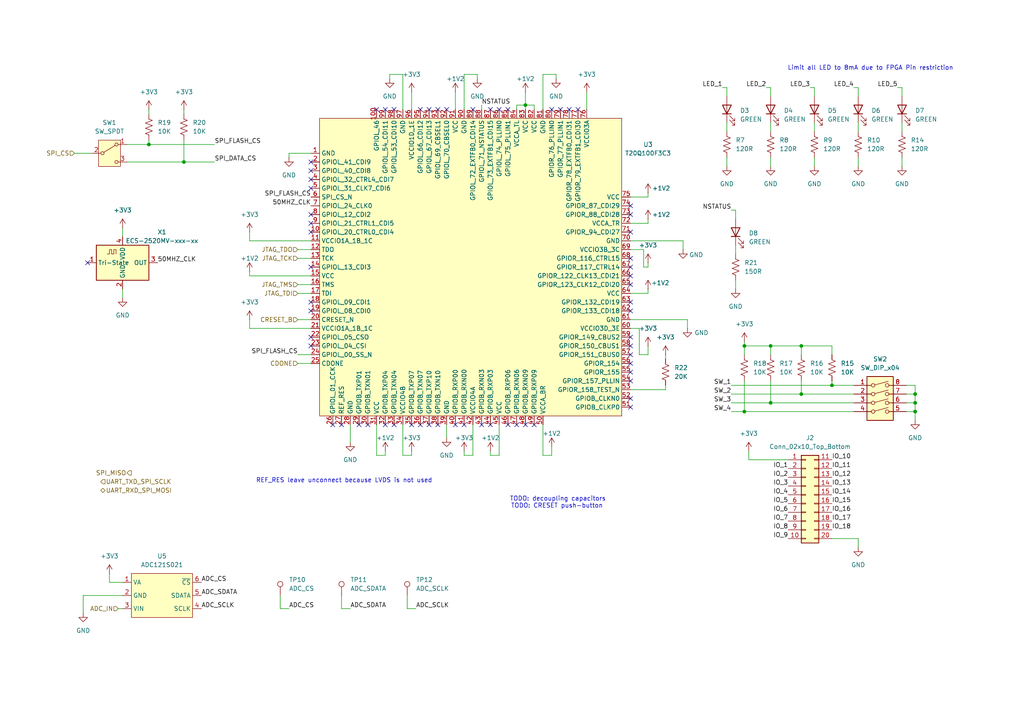
<source format=kicad_sch>
(kicad_sch (version 20231120) (generator "eeschema") (generator_version "8.0")
  (paper "A4")
  (lib_symbols
    (symbol "Connector:TestPoint" (pin_numbers hide) (pin_names (offset 0.762) hide)
      (property "Reference" "TP" (at 0 6.858 0))
      (property "Value" "TestPoint" (at 0 5.08 0))
      (symbol "TestPoint_0_1"
        (circle (center 0 3.302) (radius 0.762))
      )
      (symbol "TestPoint_1_1"
        (pin passive line (at 0 0 90) (length 2.54) (name "1") (number "1"))
      )
    )
    (symbol "Connector_Generic:Conn_02x10_Top_Bottom" (pin_names (offset 1.016) hide)
      (property "Reference" "J" (at 1.27 12.7 0))
      (property "Value" "Conn_02x10_Top_Bottom" (at 1.27 -15.24 0))
      (symbol "Conn_02x10_Top_Bottom_1_1"
        (rectangle (start -1.27 -12.573) (end 0 -12.827) (stroke (width 0.1524)))
        (rectangle (start -1.27 -10.033) (end 0 -10.287) (stroke (width 0.1524)))
        (rectangle (start -1.27 -7.493) (end 0 -7.747) (stroke (width 0.1524)))
        (rectangle (start -1.27 -4.953) (end 0 -5.207) (stroke (width 0.1524)))
        (rectangle (start -1.27 -2.413) (end 0 -2.667) (stroke (width 0.1524)))
        (rectangle (start -1.27 0.127) (end 0 -0.127) (stroke (width 0.1524)))
        (rectangle (start -1.27 2.667) (end 0 2.413) (stroke (width 0.1524)))
        (rectangle (start -1.27 5.207) (end 0 4.953) (stroke (width 0.1524)))
        (rectangle (start -1.27 7.747) (end 0 7.493) (stroke (width 0.1524)))
        (rectangle (start -1.27 10.287) (end 0 10.033) (stroke (width 0.1524)))
        (rectangle (start -1.27 11.43) (end 3.81 -13.97) (stroke (width 0.254)) (fill (type background)))
        (rectangle (start 3.81 -12.573) (end 2.54 -12.827) (stroke (width 0.1524)))
        (rectangle (start 3.81 -10.033) (end 2.54 -10.287) (stroke (width 0.1524)))
        (rectangle (start 3.81 -7.493) (end 2.54 -7.747) (stroke (width 0.1524)))
        (rectangle (start 3.81 -4.953) (end 2.54 -5.207) (stroke (width 0.1524)))
        (rectangle (start 3.81 -2.413) (end 2.54 -2.667) (stroke (width 0.1524)))
        (rectangle (start 3.81 0.127) (end 2.54 -0.127) (stroke (width 0.1524)))
        (rectangle (start 3.81 2.667) (end 2.54 2.413) (stroke (width 0.1524)))
        (rectangle (start 3.81 5.207) (end 2.54 4.953) (stroke (width 0.1524)))
        (rectangle (start 3.81 7.747) (end 2.54 7.493) (stroke (width 0.1524)))
        (rectangle (start 3.81 10.287) (end 2.54 10.033) (stroke (width 0.1524)))
        (pin passive line (at -5.08 10.16 0) (length 3.81) (name "Pin_1") (number "1"))
        (pin passive line (at -5.08 -12.7 0) (length 3.81) (name "Pin_10") (number "10"))
        (pin passive line (at 7.62 10.16 180) (length 3.81) (name "Pin_11") (number "11"))
        (pin passive line (at 7.62 7.62 180) (length 3.81) (name "Pin_12") (number "12"))
        (pin passive line (at 7.62 5.08 180) (length 3.81) (name "Pin_13") (number "13"))
        (pin passive line (at 7.62 2.54 180) (length 3.81) (name "Pin_14") (number "14"))
        (pin passive line (at 7.62 0 180) (length 3.81) (name "Pin_15") (number "15"))
        (pin passive line (at 7.62 -2.54 180) (length 3.81) (name "Pin_16") (number "16"))
        (pin passive line (at 7.62 -5.08 180) (length 3.81) (name "Pin_17") (number "17"))
        (pin passive line (at 7.62 -7.62 180) (length 3.81) (name "Pin_18") (number "18"))
        (pin passive line (at 7.62 -10.16 180) (length 3.81) (name "Pin_19") (number "19"))
        (pin passive line (at -5.08 7.62 0) (length 3.81) (name "Pin_2") (number "2"))
        (pin passive line (at 7.62 -12.7 180) (length 3.81) (name "Pin_20") (number "20"))
        (pin passive line (at -5.08 5.08 0) (length 3.81) (name "Pin_3") (number "3"))
        (pin passive line (at -5.08 2.54 0) (length 3.81) (name "Pin_4") (number "4"))
        (pin passive line (at -5.08 0 0) (length 3.81) (name "Pin_5") (number "5"))
        (pin passive line (at -5.08 -2.54 0) (length 3.81) (name "Pin_6") (number "6"))
        (pin passive line (at -5.08 -5.08 0) (length 3.81) (name "Pin_7") (number "7"))
        (pin passive line (at -5.08 -7.62 0) (length 3.81) (name "Pin_8") (number "8"))
        (pin passive line (at -5.08 -10.16 0) (length 3.81) (name "Pin_9") (number "9"))
      )
    )
    (symbol "Device:LED" (pin_numbers hide) (pin_names (offset 1.016) hide)
      (property "Reference" "D" (at 0 2.54 0))
      (property "Value" "LED" (at 0 -2.54 0))
      (symbol "LED_0_1"
        (polyline (pts (xy -1.27 -1.27) (xy -1.27 1.27)) (stroke (width 0.254)))
        (polyline (pts (xy -1.27 0) (xy 1.27 0)))
        (polyline (pts (xy 1.27 -1.27) (xy 1.27 1.27) (xy -1.27 0) (xy 1.27 -1.27)) (stroke (width 0.254)))
        (polyline (pts (xy -3.048 -0.762) (xy -4.572 -2.286) (xy -3.81 -2.286) (xy -4.572 -2.286) (xy -4.572 -1.524)))
        (polyline (pts (xy -1.778 -0.762) (xy -3.302 -2.286) (xy -2.54 -2.286) (xy -3.302 -2.286) (xy -3.302 -1.524)))
      )
      (symbol "LED_1_1"
        (pin passive line (at -3.81 0 0) (length 2.54) (name "K") (number "1"))
        (pin passive line (at 3.81 0 180) (length 2.54) (name "A") (number "2"))
      )
    )
    (symbol "Device:R_US" (pin_numbers hide) (pin_names (offset 0))
      (property "Reference" "R" (at 2.54 0 90))
      (property "Value" "R_US" (at -2.54 0 90))
      (symbol "R_US_0_1"
        (polyline (pts (xy 0 -2.286) (xy 0 -2.54)))
        (polyline (pts (xy 0 2.286) (xy 0 2.54)))
        (polyline (pts (xy 0 -0.762) (xy 1.016 -1.143) (xy 0 -1.524) (xy -1.016 -1.905) (xy 0 -2.286)))
        (polyline (pts (xy 0 0.762) (xy 1.016 0.381) (xy 0 0) (xy -1.016 -0.381) (xy 0 -0.762)))
        (polyline (pts (xy 0 2.286) (xy 1.016 1.905) (xy 0 1.524) (xy -1.016 1.143) (xy 0 0.762)))
      )
      (symbol "R_US_1_1"
        (pin passive line (at 0 3.81 270) (length 1.27) (name "~") (number "1"))
        (pin passive line (at 0 -3.81 90) (length 1.27) (name "~") (number "2"))
      )
    )
    (symbol "Oscillator:ECS-2520MV-xxx-xx"
      (property "Reference" "X" (at -5.08 6.35 0))
      (property "Value" "ECS-2520MV-xxx-xx" (at 1.27 -6.35 0))
      (symbol "ECS-2520MV-xxx-xx_0_1"
        (rectangle (start -7.62 5.08) (end 7.62 -5.08) (stroke (width 0.254)) (fill (type background)))
        (polyline (pts (xy -4.445 2.54) (xy -3.81 2.54) (xy -3.81 3.81) (xy -3.175 3.81) (xy -3.175 2.54) (xy -2.54 2.54) (xy -2.54 3.81) (xy -1.905 3.81) (xy -1.905 2.54)))
      )
      (symbol "ECS-2520MV-xxx-xx_1_1"
        (pin input line (at -10.16 0 0) (length 2.54) (name "Tri-State") (number "1"))
        (pin power_in line (at 0 -7.62 90) (length 2.54) (name "GND") (number "2"))
        (pin output line (at 10.16 0 180) (length 2.54) (name "OUT") (number "3"))
        (pin power_in line (at 0 7.62 270) (length 2.54) (name "VDD") (number "4"))
      )
    )
    (symbol "SRAD_APRS:ADC121S021"
      (property "Reference" "U" (at 0 0 0))
      (property "Value" "ADC121S021" (at 0 0 0))
      (symbol "ADC121S021_1_1"
        (rectangle (start -8.89 6.35) (end 8.89 -6.35) (fill (type background)))
        (pin power_in line (at -11.43 3.81 0) (length 2.54) (name "VA") (number "1"))
        (pin power_in line (at -11.43 0 0) (length 2.54) (name "GND") (number "2"))
        (pin input line (at -11.43 -3.81 0) (length 2.54) (name "VIN") (number "3"))
        (pin input line (at 11.43 -3.81 180) (length 2.54) (name "SCLK") (number "4"))
        (pin output line (at 11.43 0 180) (length 2.54) (name "SDATA") (number "5"))
        (pin input line (at 11.43 3.81 180) (length 2.54) (name "~{CS}") (number "6"))
      )
    )
    (symbol "SRAD_APRS:T20Q100F3C3"
      (property "Reference" "U" (at -17.78 40.64 0))
      (property "Value" "T20Q100F3C3" (at -17.78 19.05 0))
      (symbol "T20Q100F3C3_1_1"
        (rectangle (start -46.99 33.02) (end 40.64 -53.34) (fill (type background)))
        (pin power_in line (at -49.53 22.86 0) (length 2.54) (name "GND") (number "1"))
        (pin bidirectional line (at -49.53 0 0) (length 2.54) (name "GPIOL_20_CTRL0_CDI4") (number "10"))
        (pin bidirectional line (at -30.48 35.56 270) (length 2.54) (name "GPIOL_46") (number "100"))
        (pin power_in line (at -49.53 -2.54 0) (length 2.54) (name "VCCIO1A_1B_1C") (number "11"))
        (pin output line (at -49.53 -5.08 0) (length 2.54) (name "TDO") (number "12"))
        (pin input line (at -49.53 -7.62 0) (length 2.54) (name "TCK") (number "13"))
        (pin bidirectional line (at -49.53 -10.16 0) (length 2.54) (name "GPIOL_13_CDI3") (number "14"))
        (pin power_in line (at -49.53 -12.7 0) (length 2.54) (name "VCC") (number "15"))
        (pin input line (at -49.53 -15.24 0) (length 2.54) (name "TMS") (number "16"))
        (pin input line (at -49.53 -17.78 0) (length 2.54) (name "TDI") (number "17"))
        (pin bidirectional line (at -49.53 -20.32 0) (length 2.54) (name "GPIOL_09_CDI1") (number "18"))
        (pin bidirectional line (at -49.53 -22.86 0) (length 2.54) (name "GPIOL_08_CDI0") (number "19"))
        (pin bidirectional line (at -49.53 20.32 0) (length 2.54) (name "GPIOL_41_CDI9") (number "2"))
        (pin input line (at -49.53 -25.4 0) (length 2.54) (name "CRESET_N") (number "20"))
        (pin power_in line (at -49.53 -27.94 0) (length 2.54) (name "VCCIO1A_1B_1C") (number "21"))
        (pin bidirectional line (at -49.53 -30.48 0) (length 2.54) (name "GPIOL_05_CSO") (number "22"))
        (pin bidirectional line (at -49.53 -33.02 0) (length 2.54) (name "GPIOL_04_CSI") (number "23"))
        (pin bidirectional line (at -49.53 -35.56 0) (length 2.54) (name "GPIOL_00_SS_N") (number "24"))
        (pin bidirectional line (at -49.53 -38.1 0) (length 2.54) (name "CDONE") (number "25"))
        (pin bidirectional line (at -43.18 -55.88 90) (length 2.54) (name "GPIOL_01_CCK") (number "26"))
        (pin unspecified line (at -40.64 -55.88 90) (length 2.54) (name "REF_RES") (number "27"))
        (pin power_in line (at -38.1 -55.88 90) (length 2.54) (name "GND") (number "28"))
        (pin bidirectional line (at -35.56 -55.88 90) (length 2.54) (name "GPIOB_TXP01") (number "29"))
        (pin bidirectional line (at -49.53 17.78 0) (length 2.54) (name "GPIOL_40_CDI8") (number "3"))
        (pin bidirectional line (at -33.02 -55.88 90) (length 2.54) (name "GPIOB_TXN01") (number "30"))
        (pin power_in line (at -30.48 -55.88 90) (length 2.54) (name "VCC") (number "31"))
        (pin bidirectional line (at -27.94 -55.88 90) (length 2.54) (name "GPIOB_TXP04") (number "32"))
        (pin bidirectional line (at -25.4 -55.88 90) (length 2.54) (name "GPIOB_TXN04") (number "33"))
        (pin power_in line (at -22.86 -55.88 90) (length 2.54) (name "VCCIO4B") (number "34"))
        (pin bidirectional line (at -20.32 -55.88 90) (length 2.54) (name "GPIOB_TXP07") (number "35"))
        (pin bidirectional line (at -17.78 -55.88 90) (length 2.54) (name "GPIOB_TXN07") (number "36"))
        (pin bidirectional line (at -15.24 -55.88 90) (length 2.54) (name "GPIOB_TXP10") (number "37"))
        (pin bidirectional line (at -12.7 -55.88 90) (length 2.54) (name "GPIOB_TXN10") (number "38"))
        (pin power_in line (at -10.16 -55.88 90) (length 2.54) (name "GND") (number "39"))
        (pin bidirectional line (at -49.53 15.24 0) (length 2.54) (name "GPIOL_32_CTRL4_CDI7") (number "4"))
        (pin bidirectional line (at -7.62 -55.88 90) (length 2.54) (name "GPIOB_RXP00") (number "40"))
        (pin bidirectional line (at -5.08 -55.88 90) (length 2.54) (name "GPIOB_RXN00") (number "41"))
        (pin power_in line (at -2.54 -55.88 90) (length 2.54) (name "VCCIO4A") (number "42"))
        (pin bidirectional line (at 0 -55.88 90) (length 2.54) (name "GPIOB_RXN03") (number "43"))
        (pin bidirectional line (at 2.54 -55.88 90) (length 2.54) (name "GPIOB_RXP03") (number "44"))
        (pin power_in line (at 5.08 -55.88 90) (length 2.54) (name "VCC") (number "45"))
        (pin bidirectional line (at 7.62 -55.88 90) (length 2.54) (name "GPIOB_RXP06") (number "46"))
        (pin bidirectional line (at 10.16 -55.88 90) (length 2.54) (name "GPIOB_RXN06") (number "47"))
        (pin bidirectional line (at 12.7 -55.88 90) (length 2.54) (name "GPIOB_RXN09") (number "48"))
        (pin bidirectional line (at 15.24 -55.88 90) (length 2.54) (name "GPIOB_RXP09") (number "49"))
        (pin bidirectional line (at -49.53 12.7 0) (length 2.54) (name "GPIOL_31_CLK7_CDI6") (number "5"))
        (pin power_in line (at 17.78 -55.88 90) (length 2.54) (name "VCCA_BR") (number "50"))
        (pin bidirectional line (at 43.18 -50.8 180) (length 2.54) (name "GPIOB_CLKP0") (number "51"))
        (pin bidirectional line (at 43.18 -48.26 180) (length 2.54) (name "GPIOB_CLKN0") (number "52"))
        (pin bidirectional line (at 43.18 -45.72 180) (length 2.54) (name "GPIOR_158_TEST_N") (number "53"))
        (pin bidirectional line (at 43.18 -43.18 180) (length 2.54) (name "GPIOR_157_PLLIN") (number "54"))
        (pin bidirectional line (at 43.18 -40.64 180) (length 2.54) (name "GPIOR_155") (number "55"))
        (pin bidirectional line (at 43.18 -38.1 180) (length 2.54) (name "GPIOR_154") (number "56"))
        (pin bidirectional line (at 43.18 -35.56 180) (length 2.54) (name "GPIOR_151_CBUS0") (number "57"))
        (pin bidirectional line (at 43.18 -33.02 180) (length 2.54) (name "GPIOR_150_CBUS1") (number "58"))
        (pin bidirectional line (at 43.18 -30.48 180) (length 2.54) (name "GPIOR_149_CBUS2") (number "59"))
        (pin input line (at -49.53 10.16 0) (length 2.54) (name "SPI_CS_N") (number "6"))
        (pin power_in line (at 43.18 -27.94 180) (length 2.54) (name "VCCIO3D_3E") (number "60"))
        (pin power_in line (at 43.18 -25.4 180) (length 2.54) (name "GND") (number "61"))
        (pin bidirectional line (at 43.18 -22.86 180) (length 2.54) (name "GPIOR_133_CDI18") (number "62"))
        (pin bidirectional line (at 43.18 -20.32 180) (length 2.54) (name "GPIOR_132_CDI19") (number "63"))
        (pin power_in line (at 43.18 -17.78 180) (length 2.54) (name "VCC") (number "64"))
        (pin bidirectional line (at 43.18 -15.24 180) (length 2.54) (name "GPIOR_123_CLK12_CDI20") (number "65"))
        (pin bidirectional line (at 43.18 -12.7 180) (length 2.54) (name "GPIOR_122_CLK13_CDI21") (number "66"))
        (pin bidirectional line (at 43.18 -10.16 180) (length 2.54) (name "GPIOR_117_CTRL14") (number "67"))
        (pin bidirectional line (at 43.18 -7.62 180) (length 2.54) (name "GPIOR_116_CTRL15") (number "68"))
        (pin power_in line (at 43.18 -5.08 180) (length 2.54) (name "VCCIO3B_3C") (number "69"))
        (pin bidirectional line (at -49.53 7.62 0) (length 2.54) (name "GPIOL_24_CLK0") (number "7"))
        (pin power_in line (at 43.18 -2.54 180) (length 2.54) (name "GND") (number "70"))
        (pin bidirectional line (at 43.18 0 180) (length 2.54) (name "GPIOR_94_CDI27") (number "71"))
        (pin power_in line (at 43.18 2.54 180) (length 2.54) (name "VCCA_TR") (number "72"))
        (pin bidirectional line (at 43.18 5.08 180) (length 2.54) (name "GPIOR_88_CDI28") (number "73"))
        (pin bidirectional line (at 43.18 7.62 180) (length 2.54) (name "GPIOR_87_CDI29") (number "74"))
        (pin power_in line (at 43.18 10.16 180) (length 2.54) (name "VCC") (number "75"))
        (pin power_in line (at 30.48 35.56 270) (length 2.54) (name "VCCIO3A") (number "76"))
        (pin bidirectional line (at 27.94 35.56 270) (length 2.54) (name "GPIOR_79_EXTFB1_CDI30") (number "77"))
        (pin bidirectional line (at 25.4 35.56 270) (length 2.54) (name "GPIOR_78_EXTFB0_CDI31") (number "78"))
        (pin bidirectional line (at 22.86 35.56 270) (length 2.54) (name "GPIOR_77_PLLIN1") (number "79"))
        (pin bidirectional line (at -49.53 5.08 0) (length 2.54) (name "GPIOL_12_CDI2") (number "8"))
        (pin bidirectional line (at 20.32 35.56 270) (length 2.54) (name "GPIOR_76_PLLIN0") (number "80"))
        (pin power_in line (at 17.78 35.56 270) (length 2.54) (name "GND") (number "81"))
        (pin power_in line (at 15.24 35.56 270) (length 2.54) (name "VCC") (number "82"))
        (pin power_in line (at 12.7 35.56 270) (length 2.54) (name "VCC") (number "83"))
        (pin power_in line (at 10.16 35.56 270) (length 2.54) (name "VCCA_TL") (number "84"))
        (pin bidirectional line (at 7.62 35.56 270) (length 2.54) (name "GPIOL_75_PLLIN1") (number "85"))
        (pin bidirectional line (at 5.08 35.56 270) (length 2.54) (name "GPIOL_74_PLLIN0") (number "86"))
        (pin bidirectional line (at 2.54 35.56 270) (length 2.54) (name "GPIOL_73_EXTFB1_CDI15") (number "87"))
        (pin bidirectional line (at 0 35.56 270) (length 2.54) (name "GPIOL_71_NSTATUS") (number "88"))
        (pin bidirectional line (at -2.54 35.56 270) (length 2.54) (name "GPIOL_72_EXTFB0_CDI14") (number "89"))
        (pin bidirectional line (at -49.53 2.54 0) (length 2.54) (name "GPIOL_21_CTRL1_CDI5") (number "9"))
        (pin power_in line (at -5.08 35.56 270) (length 2.54) (name "GND") (number "90"))
        (pin power_in line (at -7.62 35.56 270) (length 2.54) (name "VCC") (number "91"))
        (pin bidirectional line (at -10.16 35.56 270) (length 2.54) (name "GPIOL_70_CBSEL0") (number "92"))
        (pin bidirectional line (at -12.7 35.56 270) (length 2.54) (name "GPIOL_69_CBSEL1") (number "93"))
        (pin bidirectional line (at -15.24 35.56 270) (length 2.54) (name "GPIOL_67_CDI13") (number "94"))
        (pin bidirectional line (at -17.78 35.56 270) (length 2.54) (name "GPIOL_66_CDI12") (number "95"))
        (pin power_in line (at -20.32 35.56 270) (length 2.54) (name "VCCIO1D_1E") (number "96"))
        (pin power_in line (at -22.86 35.56 270) (length 2.54) (name "GND") (number "97"))
        (pin bidirectional line (at -25.4 35.56 270) (length 2.54) (name "GPIOL_53_CDI10") (number "98"))
        (pin bidirectional line (at -27.94 35.56 270) (length 2.54) (name "GPIOL_54_CDI11") (number "99"))
      )
    )
    (symbol "Switch:SW_DIP_x04" (pin_names (offset 0) hide)
      (property "Reference" "SW" (at 0 8.89 0))
      (property "Value" "SW_DIP_x04" (at 0 -6.35 0))
      (symbol "SW_DIP_x04_0_0"
        (circle (center -2.032 -2.54) (radius 0.508))
        (circle (center -2.032 0) (radius 0.508))
        (circle (center -2.032 2.54) (radius 0.508))
        (circle (center -2.032 5.08) (radius 0.508))
        (polyline (pts (xy -1.524 -2.3876) (xy 2.3622 -1.3462)))
        (polyline (pts (xy -1.524 0.127) (xy 2.3622 1.1684)))
        (polyline (pts (xy -1.524 2.667) (xy 2.3622 3.7084)))
        (polyline (pts (xy -1.524 5.207) (xy 2.3622 6.2484)))
        (circle (center 2.032 -2.54) (radius 0.508))
        (circle (center 2.032 0) (radius 0.508))
        (circle (center 2.032 2.54) (radius 0.508))
        (circle (center 2.032 5.08) (radius 0.508))
      )
      (symbol "SW_DIP_x04_0_1"
        (rectangle (start -3.81 7.62) (end 3.81 -5.08) (stroke (width 0.254)) (fill (type background)))
      )
      (symbol "SW_DIP_x04_1_1"
        (pin passive line (at -7.62 5.08 0) (length 5.08) (name "~") (number "1"))
        (pin passive line (at -7.62 2.54 0) (length 5.08) (name "~") (number "2"))
        (pin passive line (at -7.62 0 0) (length 5.08) (name "~") (number "3"))
        (pin passive line (at -7.62 -2.54 0) (length 5.08) (name "~") (number "4"))
        (pin passive line (at 7.62 -2.54 180) (length 5.08) (name "~") (number "5"))
        (pin passive line (at 7.62 0 180) (length 5.08) (name "~") (number "6"))
        (pin passive line (at 7.62 2.54 180) (length 5.08) (name "~") (number "7"))
        (pin passive line (at 7.62 5.08 180) (length 5.08) (name "~") (number "8"))
      )
    )
    (symbol "Switch:SW_SPDT" (pin_names (offset 0) hide)
      (property "Reference" "SW" (at 0 5.08 0))
      (property "Value" "SW_SPDT" (at 0 -5.08 0))
      (symbol "SW_SPDT_0_1"
        (circle (center -2.032 0) (radius 0.4572))
        (polyline (pts (xy -1.651 0.254) (xy 1.651 2.286)))
        (circle (center 2.032 -2.54) (radius 0.4572))
        (circle (center 2.032 2.54) (radius 0.4572))
      )
      (symbol "SW_SPDT_1_1"
        (rectangle (start -3.175 3.81) (end 3.175 -3.81) (fill (type background)))
        (pin passive line (at 5.08 2.54 180) (length 2.54) (name "A") (number "1"))
        (pin passive line (at -5.08 0 0) (length 2.54) (name "B") (number "2"))
        (pin passive line (at 5.08 -2.54 180) (length 2.54) (name "C") (number "3"))
      )
    )
    (symbol "power:+1V2" (power) (pin_numbers hide) (pin_names (offset 0) hide)
      (property "Value" "+1V2" (at 0 3.556 0))
      (symbol "+1V2_0_1"
        (polyline (pts (xy -0.762 1.27) (xy 0 2.54)))
        (polyline (pts (xy 0 0) (xy 0 2.54)))
        (polyline (pts (xy 0 2.54) (xy 0.762 1.27)))
      )
      (symbol "+1V2_1_1"
        (pin power_in line (at 0 0 90) (length 0) (name "~") (number "1"))
      )
    )
    (symbol "power:+3V3" (power) (pin_numbers hide) (pin_names (offset 0) hide)
      (property "Value" "+3V3" (at 0 3.556 0))
      (symbol "+3V3_0_1"
        (polyline (pts (xy -0.762 1.27) (xy 0 2.54)))
        (polyline (pts (xy 0 0) (xy 0 2.54)))
        (polyline (pts (xy 0 2.54) (xy 0.762 1.27)))
      )
      (symbol "+3V3_1_1"
        (pin power_in line (at 0 0 90) (length 0) (name "~") (number "1"))
      )
    )
    (symbol "power:GND" (power) (pin_numbers hide) (pin_names (offset 0) hide)
      (property "Value" "GND" (at 0 -3.81 0))
      (symbol "GND_0_1"
        (polyline (pts (xy 0 0) (xy 0 -1.27) (xy 1.27 -1.27) (xy 0 -2.54) (xy -1.27 -1.27) (xy 0 -1.27)))
      )
      (symbol "GND_1_1"
        (pin power_in line (at 0 0 270) (length 0) (name "~") (number "1"))
      )
    )
  )
  (junction (at 43.18 41.91))
  (junction (at 265.43 119.38))
  (junction (at 265.43 116.84))
  (junction (at 232.41 100.33))
  (junction (at 223.52 116.84))
  (junction (at 265.43 114.3))
  (junction (at 215.9 100.33))
  (junction (at 152.4 30.48))
  (junction (at 215.9 119.38))
  (junction (at 223.52 100.33))
  (junction (at 241.3 111.76))
  (junction (at 232.41 114.3))
  (junction (at 53.34 46.99))
  (no_connect (at 114.3 123.19))
  (no_connect (at 182.88 110.49))
  (no_connect (at 90.17 97.79))
  (no_connect (at 182.88 77.47))
  (no_connect (at 127 31.75))
  (no_connect (at 124.46 123.19))
  (no_connect (at 182.88 115.57))
  (no_connect (at 182.88 107.95))
  (no_connect (at 111.76 123.19))
  (no_connect (at 182.88 67.31))
  (no_connect (at 90.17 62.23))
  (no_connect (at 152.4 123.19))
  (no_connect (at 137.16 31.75))
  (no_connect (at 147.32 31.75))
  (no_connect (at 132.08 123.19))
  (no_connect (at 154.94 123.19))
  (no_connect (at 142.24 31.75))
  (no_connect (at 182.88 82.55))
  (no_connect (at 90.17 46.99))
  (no_connect (at 127 123.19))
  (no_connect (at 114.3 31.75))
  (no_connect (at 124.46 31.75))
  (no_connect (at 25.4 76.2))
  (no_connect (at 104.14 123.19))
  (no_connect (at 134.62 123.19))
  (no_connect (at 182.88 87.63))
  (no_connect (at 106.68 123.19))
  (no_connect (at 182.88 97.79))
  (no_connect (at 90.17 87.63))
  (no_connect (at 182.88 62.23))
  (no_connect (at 90.17 52.07))
  (no_connect (at 99.06 123.19))
  (no_connect (at 182.88 59.69))
  (no_connect (at 90.17 77.47))
  (no_connect (at 182.88 90.17))
  (no_connect (at 142.24 123.19))
  (no_connect (at 167.64 31.75))
  (no_connect (at 147.32 123.19))
  (no_connect (at 182.88 80.01))
  (no_connect (at 144.78 31.75))
  (no_connect (at 182.88 105.41))
  (no_connect (at 182.88 74.93))
  (no_connect (at 139.7 123.19))
  (no_connect (at 121.92 31.75))
  (no_connect (at 165.1 31.75))
  (no_connect (at 182.88 100.33))
  (no_connect (at 90.17 90.17))
  (no_connect (at 160.02 31.75))
  (no_connect (at 149.86 123.19))
  (no_connect (at 90.17 64.77))
  (no_connect (at 109.22 31.75))
  (no_connect (at 96.52 123.19))
  (no_connect (at 90.17 67.31))
  (no_connect (at 119.38 123.19))
  (no_connect (at 129.54 31.75))
  (no_connect (at 90.17 100.33))
  (no_connect (at 121.92 123.19))
  (no_connect (at 182.88 102.87))
  (no_connect (at 111.76 31.75))
  (no_connect (at 182.88 118.11))
  (no_connect (at 90.17 54.61))
  (no_connect (at 162.56 31.75))
  (no_connect (at 90.17 49.53))
  (wire (pts (xy 212.09 119.38) (xy 215.9 119.38)))
  (wire (pts (xy 187.96 77.47) (xy 187.96 76.2)))
  (wire (pts (xy 83.82 44.45) (xy 90.17 44.45)))
  (wire (pts (xy 248.92 156.21) (xy 248.92 158.75)))
  (wire (pts (xy 223.52 100.33) (xy 223.52 102.87)))
  (wire (pts (xy 265.43 114.3) (xy 265.43 116.84)))
  (wire (pts (xy 113.03 21.59) (xy 116.84 21.59)))
  (wire (pts (xy 111.76 132.08) (xy 111.76 130.81)))
  (wire (pts (xy 134.62 132.08) (xy 134.62 130.81)))
  (wire (pts (xy 210.82 25.4) (xy 210.82 27.94)))
  (wire (pts (xy 212.09 114.3) (xy 232.41 114.3)))
  (wire (pts (xy 215.9 100.33) (xy 215.9 102.87)))
  (wire (pts (xy 138.43 21.59) (xy 138.43 22.86)))
  (wire (pts (xy 43.18 40.64) (xy 43.18 41.91)))
  (wire (pts (xy 119.38 132.08) (xy 119.38 130.81)))
  (wire (pts (xy 223.52 45.72) (xy 223.52 48.26)))
  (wire (pts (xy 187.96 64.77) (xy 187.96 63.5)))
  (wire (pts (xy 72.39 80.01) (xy 90.17 80.01)))
  (wire (pts (xy 187.96 57.15) (xy 182.88 57.15)))
  (wire (pts (xy 182.88 64.77) (xy 187.96 64.77)))
  (wire (pts (xy 236.22 45.72) (xy 236.22 48.26)))
  (wire (pts (xy 86.36 85.09) (xy 90.17 85.09)))
  (wire (pts (xy 157.48 123.19) (xy 157.48 132.08)))
  (wire (pts (xy 199.39 92.71) (xy 199.39 95.25)))
  (wire (pts (xy 236.22 35.56) (xy 236.22 38.1)))
  (wire (pts (xy 223.52 110.49) (xy 223.52 116.84)))
  (wire (pts (xy 234.95 25.4) (xy 236.22 25.4)))
  (wire (pts (xy 265.43 116.84) (xy 265.43 119.38)))
  (wire (pts (xy 187.96 55.88) (xy 187.96 57.15)))
  (wire (pts (xy 138.43 21.59) (xy 134.62 21.59)))
  (wire (pts (xy 217.17 133.35) (xy 228.6 133.35)))
  (wire (pts (xy 198.12 69.85) (xy 198.12 72.39)))
  (wire (pts (xy 43.18 41.91) (xy 62.23 41.91)))
  (wire (pts (xy 209.55 25.4) (xy 210.82 25.4)))
  (wire (pts (xy 154.94 30.48) (xy 152.4 30.48)))
  (wire (pts (xy 116.84 21.59) (xy 116.84 31.75)))
  (wire (pts (xy 86.36 102.87) (xy 90.17 102.87)))
  (wire (pts (xy 213.36 71.12) (xy 213.36 73.66)))
  (wire (pts (xy 72.39 69.85) (xy 90.17 69.85)))
  (wire (pts (xy 86.36 74.93) (xy 90.17 74.93)))
  (wire (pts (xy 86.36 82.55) (xy 90.17 82.55)))
  (wire (pts (xy 241.3 100.33) (xy 232.41 100.33)))
  (wire (pts (xy 210.82 35.56) (xy 210.82 38.1)))
  (wire (pts (xy 232.41 100.33) (xy 232.41 102.87)))
  (wire (pts (xy 186.69 72.39) (xy 186.69 77.47)))
  (wire (pts (xy 236.22 25.4) (xy 236.22 27.94)))
  (wire (pts (xy 223.52 35.56) (xy 223.52 38.1)))
  (wire (pts (xy 43.18 31.75) (xy 43.18 33.02)))
  (wire (pts (xy 223.52 116.84) (xy 247.65 116.84)))
  (wire (pts (xy 262.89 111.76) (xy 265.43 111.76)))
  (wire (pts (xy 248.92 35.56) (xy 248.92 38.1)))
  (wire (pts (xy 182.88 92.71) (xy 199.39 92.71)))
  (wire (pts (xy 72.39 95.25) (xy 90.17 95.25)))
  (wire (pts (xy 129.54 123.19) (xy 129.54 127)))
  (wire (pts (xy 182.88 69.85) (xy 198.12 69.85)))
  (wire (pts (xy 83.82 45.72) (xy 83.82 44.45)))
  (wire (pts (xy 81.28 176.53) (xy 83.82 176.53)))
  (wire (pts (xy 261.62 25.4) (xy 261.62 27.94)))
  (wire (pts (xy 185.42 95.25) (xy 185.42 102.87)))
  (wire (pts (xy 241.3 102.87) (xy 241.3 100.33)))
  (wire (pts (xy 99.06 176.53) (xy 101.6 176.53)))
  (wire (pts (xy 248.92 25.4) (xy 248.92 27.94)))
  (wire (pts (xy 215.9 119.38) (xy 247.65 119.38)))
  (wire (pts (xy 160.02 132.08) (xy 160.02 129.54)))
  (wire (pts (xy 241.3 110.49) (xy 241.3 111.76)))
  (wire (pts (xy 36.83 41.91) (xy 43.18 41.91)))
  (wire (pts (xy 213.36 60.96) (xy 213.36 63.5)))
  (wire (pts (xy 248.92 45.72) (xy 248.92 48.26)))
  (wire (pts (xy 118.11 172.72) (xy 118.11 176.53)))
  (wire (pts (xy 86.36 105.41) (xy 90.17 105.41)))
  (wire (pts (xy 260.35 25.4) (xy 261.62 25.4)))
  (wire (pts (xy 149.86 30.48) (xy 152.4 30.48)))
  (wire (pts (xy 182.88 113.03) (xy 193.04 113.03)))
  (wire (pts (xy 170.18 26.67) (xy 170.18 31.75)))
  (wire (pts (xy 53.34 31.75) (xy 53.34 33.02)))
  (wire (pts (xy 247.65 25.4) (xy 248.92 25.4)))
  (wire (pts (xy 86.36 92.71) (xy 90.17 92.71)))
  (wire (pts (xy 137.16 123.19) (xy 137.16 132.08)))
  (wire (pts (xy 36.83 46.99) (xy 53.34 46.99)))
  (wire (pts (xy 217.17 130.81) (xy 217.17 133.35)))
  (wire (pts (xy 262.89 114.3) (xy 265.43 114.3)))
  (wire (pts (xy 134.62 21.59) (xy 134.62 31.75)))
  (wire (pts (xy 72.39 92.71) (xy 72.39 95.25)))
  (wire (pts (xy 193.04 102.87) (xy 193.04 104.14)))
  (wire (pts (xy 152.4 26.67) (xy 152.4 30.48)))
  (wire (pts (xy 109.22 132.08) (xy 111.76 132.08)))
  (wire (pts (xy 35.56 66.04) (xy 35.56 68.58)))
  (wire (pts (xy 212.09 116.84) (xy 223.52 116.84)))
  (wire (pts (xy 113.03 22.86) (xy 113.03 21.59)))
  (wire (pts (xy 157.48 31.75) (xy 157.48 21.59)))
  (wire (pts (xy 265.43 119.38) (xy 265.43 121.92)))
  (wire (pts (xy 31.75 166.37) (xy 31.75 168.91)))
  (wire (pts (xy 223.52 100.33) (xy 215.9 100.33)))
  (wire (pts (xy 232.41 114.3) (xy 247.65 114.3)))
  (wire (pts (xy 116.84 123.19) (xy 116.84 132.08)))
  (wire (pts (xy 157.48 132.08) (xy 160.02 132.08)))
  (wire (pts (xy 215.9 110.49) (xy 215.9 119.38)))
  (wire (pts (xy 119.38 26.67) (xy 119.38 31.75)))
  (wire (pts (xy 262.89 116.84) (xy 265.43 116.84)))
  (wire (pts (xy 53.34 40.64) (xy 53.34 46.99)))
  (wire (pts (xy 137.16 132.08) (xy 134.62 132.08)))
  (wire (pts (xy 187.96 85.09) (xy 182.88 85.09)))
  (wire (pts (xy 186.69 77.47) (xy 187.96 77.47)))
  (wire (pts (xy 157.48 21.59) (xy 161.29 21.59)))
  (wire (pts (xy 109.22 123.19) (xy 109.22 132.08)))
  (wire (pts (xy 241.3 111.76) (xy 247.65 111.76)))
  (wire (pts (xy 232.41 110.49) (xy 232.41 114.3)))
  (wire (pts (xy 193.04 113.03) (xy 193.04 111.76)))
  (wire (pts (xy 182.88 95.25) (xy 185.42 95.25)))
  (wire (pts (xy 187.96 102.87) (xy 187.96 100.33)))
  (wire (pts (xy 116.84 132.08) (xy 119.38 132.08)))
  (wire (pts (xy 101.6 123.19) (xy 101.6 128.27)))
  (wire (pts (xy 99.06 172.72) (xy 99.06 176.53)))
  (wire (pts (xy 232.41 100.33) (xy 223.52 100.33)))
  (wire (pts (xy 142.24 132.08) (xy 142.24 130.81)))
  (wire (pts (xy 144.78 132.08) (xy 142.24 132.08)))
  (wire (pts (xy 31.75 168.91) (xy 35.56 168.91)))
  (wire (pts (xy 53.34 46.99) (xy 62.23 46.99)))
  (wire (pts (xy 152.4 30.48) (xy 152.4 31.75)))
  (wire (pts (xy 132.08 26.67) (xy 132.08 31.75)))
  (wire (pts (xy 21.59 44.45) (xy 26.67 44.45)))
  (wire (pts (xy 149.86 31.75) (xy 149.86 30.48)))
  (wire (pts (xy 185.42 102.87) (xy 187.96 102.87)))
  (wire (pts (xy 213.36 81.28) (xy 213.36 83.82)))
  (wire (pts (xy 161.29 21.59) (xy 161.29 22.86)))
  (wire (pts (xy 81.28 172.72) (xy 81.28 176.53)))
  (wire (pts (xy 72.39 78.74) (xy 72.39 80.01)))
  (wire (pts (xy 222.25 25.4) (xy 223.52 25.4)))
  (wire (pts (xy 35.56 172.72) (xy 24.13 172.72)))
  (wire (pts (xy 265.43 111.76) (xy 265.43 114.3)))
  (wire (pts (xy 187.96 83.82) (xy 187.96 85.09)))
  (wire (pts (xy 261.62 35.56) (xy 261.62 38.1)))
  (wire (pts (xy 154.94 31.75) (xy 154.94 30.48)))
  (wire (pts (xy 35.56 83.82) (xy 35.56 86.36)))
  (wire (pts (xy 24.13 172.72) (xy 24.13 177.8)))
  (wire (pts (xy 241.3 156.21) (xy 248.92 156.21)))
  (wire (pts (xy 210.82 45.72) (xy 210.82 48.26)))
  (wire (pts (xy 182.88 72.39) (xy 186.69 72.39)))
  (wire (pts (xy 34.29 176.53) (xy 35.56 176.53)))
  (wire (pts (xy 86.36 72.39) (xy 90.17 72.39)))
  (wire (pts (xy 118.11 176.53) (xy 120.65 176.53)))
  (wire (pts (xy 212.09 60.96) (xy 213.36 60.96)))
  (wire (pts (xy 144.78 123.19) (xy 144.78 132.08)))
  (wire (pts (xy 72.39 67.31) (xy 72.39 69.85)))
  (wire (pts (xy 215.9 99.06) (xy 215.9 100.33)))
  (wire (pts (xy 212.09 111.76) (xy 241.3 111.76)))
  (wire (pts (xy 262.89 119.38) (xy 265.43 119.38)))
  (wire (pts (xy 223.52 25.4) (xy 223.52 27.94)))
  (wire (pts (xy 261.62 45.72) (xy 261.62 48.26)))
  (wire (pts (xy 139.7 30.48) (xy 139.7 31.75)))
  (text "Limit all LED to 8mA due to FPGA Pin restriction" (at 252.476 19.812 0) (effects (font (size 1.27 1.27))))
  (text "TODO: decoupling capacitors" (at 161.798 144.78 0) (effects (font (size 1.27 1.27))))
  (text "REF_RES leave unconnect because LVDS is not used" (at 99.822 139.446 0) (effects (font (size 1.27 1.27))))
  (text "TODO: CRESET push-button" (at 161.544 146.812 0) (effects (font (size 1.27 1.27))))
  (label "SW_3" (at 212.09 116.84 180))
  (label "SPI_FLASH_CS" (at 62.23 41.91 0))
  (label "LED_1" (at 209.55 25.4 180))
  (label "LED_5" (at 260.35 25.4 180))
  (label "LED_4" (at 247.65 25.4 180))
  (label "50MHZ_CLK" (at 45.72 76.2 0))
  (label "SPI_DATA_CS" (at 62.23 46.99 0))
  (label "SW_1" (at 212.09 111.76 180))
  (label "LED_2" (at 222.25 25.4 180))
  (label "ADC_SDATA" (at 58.42 172.72 0))
  (label "IO_2" (at 228.6 138.43 180))
  (label "IO_7" (at 228.6 151.13 180))
  (label "ADC_CS" (at 83.82 176.53 0))
  (label "ADC_SCLK" (at 58.42 176.53 0))
  (label "ADC_SDATA" (at 101.6 176.53 0))
  (label "IO_9" (at 228.6 156.21 180))
  (label "SW_2" (at 212.09 114.3 180))
  (label "IO_13" (at 241.3 140.97 0))
  (label "IO_15" (at 241.3 146.05 0))
  (label "IO_6" (at 228.6 148.59 180))
  (label "IO_8" (at 228.6 153.67 180))
  (label "IO_10" (at 241.3 133.35 0))
  (label "IO_11" (at 241.3 135.89 0))
  (label "IO_5" (at 228.6 146.05 180))
  (label "IO_16" (at 241.3 148.59 0))
  (label "50MHZ_CLK" (at 90.17 59.69 180))
  (label "SW_4" (at 212.09 119.38 180))
  (label "IO_4" (at 228.6 143.51 180))
  (label "IO_1" (at 228.6 135.89 180))
  (label "SPI_FLASH_CS" (at 90.17 57.15 180))
  (label "IO_17" (at 241.3 151.13 0))
  (label "NSTATUS" (at 212.09 60.96 180))
  (label "IO_12" (at 241.3 138.43 0))
  (label "NSTATUS" (at 139.7 30.48 0))
  (label "IO_18" (at 241.3 153.67 0))
  (label "ADC_SCLK" (at 120.65 176.53 0))
  (label "LED_3" (at 234.95 25.4 180))
  (label "IO_3" (at 228.6 140.97 180))
  (label "IO_14" (at 241.3 143.51 0))
  (label "ADC_CS" (at 58.42 168.91 0))
  (label "SPI_FLASH_CS" (at 86.36 102.87 180))
  (hierarchical_label "JTAG_TCK" (shape input) (at 86.36 74.93 180))
  (hierarchical_label "UART_TXD_SPI_SCLK" (shape input) (at 29.21 139.7 0))
  (hierarchical_label "JTAG_TDO" (shape input) (at 86.36 72.39 180))
  (hierarchical_label "SPI_CS" (shape input) (at 21.59 44.45 180))
  (hierarchical_label "JTAG_TDI" (shape input) (at 86.36 85.09 180))
  (hierarchical_label "UART_RXD_SPI_MOSI" (shape bidirectional) (at 29.21 142.24 0))
  (hierarchical_label "SPI_MISO" (shape output) (at 38.1 137.16 180))
  (hierarchical_label "CDONE" (shape input) (at 86.36 105.41 180))
  (hierarchical_label "ADC_IN" (shape input) (at 34.29 176.53 180))
  (hierarchical_label "JTAG_TMS" (shape input) (at 86.36 82.55 180))
  (hierarchical_label "CRESET_B" (shape input) (at 86.36 92.71 180))
  (symbol (lib_id "Device:R_US") (at 232.41 106.68 0) (unit 1)
    (property "Reference" "R16" (at 234.95 105.4099 0) (effects (justify left)))
    (property "Value" "10K" (at 234.95 107.9499 0) (effects (justify left)))
    (property "Description" "Resistor, US symbol" (effects (hide yes)))
  )
  (symbol (lib_id "SRAD_APRS:ADC121S021") (at 46.99 172.72 0) (unit 1)
    (property "Reference" "U5" (at 46.99 161.29 0))
    (property "Value" "ADC121S021" (at 46.99 163.83 0))
    (property "Footprint" "Package_TO_SOT_SMD:SOT-23_Handsoldering" (effects (hide yes)))
    (property "Datasheet" "https://www.ti.com/lit/ds/symlink/adc121s021.pdf" (effects (hide yes)))
    (property "Description" "ADC121S021 Single-Channel, 50- to 200-ksps, 12-Bit A/D Converter" (effects (hide yes)))
  )
  (symbol (lib_id "power:GND") (at 210.82 48.26 0) (unit 1)
    (property "Reference" "#PWR058" (effects (hide yes)))
    (property "Value" "GND" (at 210.82 53.34 0))
    (property "Description" "Power symbol creates a global label with name \"GND\" , ground" (effects (hide yes)))
  )
  (symbol (lib_id "power:+1V2") (at 72.39 78.74 0) (unit 1)
    (property "Reference" "#PWR037" (effects (hide yes)))
    (property "Value" "+1V2" (at 72.39 74.93 0))
    (property "Description" "Power symbol creates a global label with name \"+1V2\"" (effects (hide yes)))
  )
  (symbol (lib_id "SRAD_APRS:T20Q100F3C3") (at 139.7 67.31 0) (unit 1)
    (property "Reference" "U3" (at 187.96 41.91 0))
    (property "Value" "T20Q100F3C3" (at 187.96 44.45 0))
    (property "Footprint" "Package_QFP:LQFP-100_14x14mm_P0.5mm" (effects (hide yes)))
    (property "Datasheet" "https://www.efinixinc.com/docs/trion20-ds-v5.1.pdf" (effects (hide yes)))
  )
  (symbol (lib_id "power:+3V3") (at 193.04 102.87 0) (unit 1)
    (property "Reference" "#PWR072" (effects (hide yes)))
    (property "Value" "+3V3" (at 193.04 97.79 0))
    (property "Description" "Power symbol creates a global label with name \"+3V3\"" (effects (hide yes)))
  )
  (symbol (lib_id "power:GND") (at 213.36 83.82 0) (unit 1)
    (property "Reference" "#PWR071" (effects (hide yes)))
    (property "Value" "GND" (at 213.36 88.9 0))
    (property "Description" "Power symbol creates a global label with name \"GND\" , ground" (effects (hide yes)))
  )
  (symbol (lib_id "Switch:SW_DIP_x04") (at 255.27 116.84 0) (unit 1)
    (property "Reference" "SW2" (at 255.27 104.14 0))
    (property "Value" "SW_DIP_x04" (at 255.27 106.68 0))
    (property "Description" "4x DIP Switch, Single Pole Single Throw (SPST) switch, small symbol" (effects (hide yes)))
  )
  (symbol (lib_id "power:GND") (at 199.39 95.25 0) (unit 1)
    (property "Reference" "#PWR028" (effects (hide yes)))
    (property "Value" "GND" (at 203.454 96.52 0))
    (property "Description" "Power symbol creates a global label with name \"GND\" , ground" (effects (hide yes)))
  )
  (symbol (lib_id "Device:R_US") (at 261.62 41.91 0) (unit 1)
    (property "Reference" "R14" (at 264.16 40.6399 0) (effects (justify left)))
    (property "Value" "120R" (at 264.16 43.1799 0) (effects (justify left)))
    (property "Description" "Resistor, US symbol" (effects (hide yes)))
  )
  (symbol (lib_id "Switch:SW_SPDT") (at 31.75 44.45 0) (unit 1)
    (property "Reference" "SW1" (at 31.75 35.56 0))
    (property "Value" "SW_SPDT" (at 31.75 38.1 0))
    (property "Description" "Switch, single pole double throw" (effects (hide yes)))
  )
  (symbol (lib_id "power:GND") (at 248.92 48.26 0) (unit 1)
    (property "Reference" "#PWR061" (effects (hide yes)))
    (property "Value" "GND" (at 248.92 53.34 0))
    (property "Description" "Power symbol creates a global label with name \"GND\" , ground" (effects (hide yes)))
  )
  (symbol (lib_id "power:+3V3") (at 119.38 130.81 0) (unit 1)
    (property "Reference" "#PWR073" (effects (hide yes)))
    (property "Value" "+3V3" (at 119.38 127 0))
    (property "Description" "Power symbol creates a global label with name \"+3V3\"" (effects (hide yes)))
  )
  (symbol (lib_id "Connector_Generic:Conn_02x10_Top_Bottom") (at 233.68 143.51 0) (unit 1)
    (property "Reference" "J2" (at 234.95 127 0))
    (property "Value" "Conn_02x10_Top_Bottom" (at 234.95 129.54 0))
    (property "Description" "Generic connector, double row, 02x10, top/bottom pin numbering scheme (row 1: 1...pins_per_row, row2: pins_per_row+1 ... num_pins), script generated (kicad-library-utils/schlib/autogen/connector/)" (effects (hide yes)))
  )
  (symbol (lib_id "power:GND") (at 261.62 48.26 0) (unit 1)
    (property "Reference" "#PWR062" (effects (hide yes)))
    (property "Value" "GND" (at 261.62 53.34 0))
    (property "Description" "Power symbol creates a global label with name \"GND\" , ground" (effects (hide yes)))
  )
  (symbol (lib_id "power:GND") (at 101.6 128.27 0) (unit 1)
    (property "Reference" "#PWR027" (effects (hide yes)))
    (property "Value" "GND" (at 101.6 133.35 0))
    (property "Description" "Power symbol creates a global label with name \"GND\" , ground" (effects (hide yes)))
  )
  (symbol (lib_id "power:GND") (at 24.13 177.8 0) (unit 1)
    (property "Reference" "#PWR023" (effects (hide yes)))
    (property "Value" "GND" (at 24.13 182.88 0))
    (property "Description" "Power symbol creates a global label with name \"GND\" , ground" (effects (hide yes)))
  )
  (symbol (lib_id "Device:LED") (at 261.62 31.75 90) (unit 1)
    (property "Reference" "D7" (at 265.43 32.0674 90) (effects (justify right)))
    (property "Value" "GREEN" (at 265.43 34.6074 90) (effects (justify right)))
    (property "Description" "Light emitting diode" (effects (hide yes)))
  )
  (symbol (lib_id "power:+3V3") (at 215.9 99.06 0) (unit 1)
    (property "Reference" "#PWR064" (effects (hide yes)))
    (property "Value" "+3V3" (at 215.9 93.98 0))
    (property "Description" "Power symbol creates a global label with name \"+3V3\"" (effects (hide yes)))
  )
  (symbol (lib_id "power:GND") (at 198.12 72.39 0) (unit 1)
    (property "Reference" "#PWR029" (effects (hide yes)))
    (property "Value" "GND" (at 201.93 73.914 0))
    (property "Description" "Power symbol creates a global label with name \"GND\" , ground" (effects (hide yes)))
  )
  (symbol (lib_id "power:+1V2") (at 132.08 26.67 0) (unit 1)
    (property "Reference" "#PWR035" (effects (hide yes)))
    (property "Value" "+1V2" (at 132.08 22.86 0))
    (property "Description" "Power symbol creates a global label with name \"+1V2\"" (effects (hide yes)))
  )
  (symbol (lib_id "power:GND") (at 161.29 22.86 0) (unit 1)
    (property "Reference" "#PWR032" (effects (hide yes)))
    (property "Value" "GND" (at 161.29 27.94 0))
    (property "Description" "Power symbol creates a global label with name \"GND\" , ground" (effects (hide yes)))
  )
  (symbol (lib_id "Device:LED") (at 223.52 31.75 90) (unit 1)
    (property "Reference" "D4" (at 227.33 32.0674 90) (effects (justify right)))
    (property "Value" "GREEN" (at 227.33 34.6074 90) (effects (justify right)))
    (property "Description" "Light emitting diode" (effects (hide yes)))
  )
  (symbol (lib_id "Device:R_US") (at 53.34 36.83 0) (unit 1)
    (property "Reference" "R20" (at 55.88 35.5599 0) (effects (justify left)))
    (property "Value" "10K" (at 55.88 38.0999 0) (effects (justify left)))
    (property "Description" "Resistor, US symbol" (effects (hide yes)))
  )
  (symbol (lib_id "Device:R_US") (at 241.3 106.68 0) (unit 1)
    (property "Reference" "R15" (at 243.84 105.4099 0) (effects (justify left)))
    (property "Value" "10K" (at 243.84 107.9499 0) (effects (justify left)))
    (property "Description" "Resistor, US symbol" (effects (hide yes)))
  )
  (symbol (lib_id "Device:R_US") (at 210.82 41.91 0) (unit 1)
    (property "Reference" "R7" (at 213.36 40.6399 0) (effects (justify left)))
    (property "Value" "120R" (at 213.36 43.1799 0) (effects (justify left)))
    (property "Description" "Resistor, US symbol" (effects (hide yes)))
  )
  (symbol (lib_id "Device:R_US") (at 193.04 107.95 0) (unit 1)
    (property "Reference" "R22" (at 195.58 106.6799 0) (effects (justify left)))
    (property "Value" "20K" (at 195.58 109.2199 0) (effects (justify left)))
    (property "Description" "Resistor, US symbol" (effects (hide yes)))
  )
  (symbol (lib_id "power:+1V2") (at 142.24 130.81 0) (unit 1)
    (property "Reference" "#PWR039" (effects (hide yes)))
    (property "Value" "+1V2" (at 142.24 127 0))
    (property "Description" "Power symbol creates a global label with name \"+1V2\"" (effects (hide yes)))
  )
  (symbol (lib_id "power:+3V3") (at 35.56 66.04 0) (unit 1)
    (property "Reference" "#PWR044" (effects (hide yes)))
    (property "Value" "+3V3" (at 35.56 60.96 0))
    (property "Description" "Power symbol creates a global label with name \"+3V3\"" (effects (hide yes)))
  )
  (symbol (lib_id "power:GND") (at 138.43 22.86 0) (unit 1)
    (property "Reference" "#PWR031" (effects (hide yes)))
    (property "Value" "GND" (at 138.43 27.94 0))
    (property "Description" "Power symbol creates a global label with name \"GND\" , ground" (effects (hide yes)))
  )
  (symbol (lib_id "Device:R_US") (at 215.9 106.68 0) (unit 1)
    (property "Reference" "R18" (at 218.44 105.4099 0) (effects (justify left)))
    (property "Value" "10K" (at 218.44 107.9499 0) (effects (justify left)))
    (property "Description" "Resistor, US symbol" (effects (hide yes)))
  )
  (symbol (lib_id "Connector:TestPoint") (at 81.28 172.72 0) (unit 1)
    (property "Reference" "TP10" (at 83.82 168.1479 0) (effects (justify left)))
    (property "Value" "ADC_CS" (at 83.82 170.6879 0) (effects (justify left)))
    (property "Description" "test point" (effects (hide yes)))
  )
  (symbol (lib_id "power:GND") (at 83.82 45.72 0) (unit 1)
    (property "Reference" "#PWR033" (effects (hide yes)))
    (property "Value" "GND" (at 83.82 50.8 0))
    (property "Description" "Power symbol creates a global label with name \"GND\" , ground" (effects (hide yes)))
  )
  (symbol (lib_id "Oscillator:ECS-2520MV-xxx-xx") (at 35.56 76.2 0) (unit 1)
    (property "Reference" "X1" (at 46.99 67.31 0))
    (property "Value" "ECS-2520MV-xxx-xx" (at 46.99 69.85 0))
    (property "Footprint" "Oscillator:Oscillator_SMD_ECS_2520MV-xxx-xx-4Pin_2.5x2.0mm" (effects (hide yes)))
    (property "Datasheet" "https://www.ecsxtal.com/store/pdf/ECS-2520MV.pdf" (effects (hide yes)))
    (property "Description" "HCMOS Crystal Clock Oscillator, 2.5x2.0 mm SMD" (effects (hide yes)))
  )
  (symbol (lib_id "Device:LED") (at 210.82 31.75 90) (unit 1)
    (property "Reference" "D3" (at 214.63 32.0674 90) (effects (justify right)))
    (property "Value" "GREEN" (at 214.63 34.6074 90) (effects (justify right)))
    (property "Description" "Light emitting diode" (effects (hide yes)))
  )
  (symbol (lib_id "power:+1V2") (at 187.96 63.5 0) (unit 1)
    (property "Reference" "#PWR024" (effects (hide yes)))
    (property "Value" "+1V2" (at 191.77 62.23 0))
    (property "Description" "Power symbol creates a global label with name \"+1V2\"" (effects (hide yes)))
  )
  (symbol (lib_id "power:+3V3") (at 72.39 67.31 0) (unit 1)
    (property "Reference" "#PWR043" (effects (hide yes)))
    (property "Value" "+3V3" (at 72.39 62.23 0))
    (property "Description" "Power symbol creates a global label with name \"+3V3\"" (effects (hide yes)))
  )
  (symbol (lib_id "power:+3V3") (at 119.38 26.67 0) (unit 1)
    (property "Reference" "#PWR070" (effects (hide yes)))
    (property "Value" "+3V3" (at 119.38 21.59 0))
    (property "Description" "Power symbol creates a global label with name \"+3V3\"" (effects (hide yes)))
  )
  (symbol (lib_id "Connector:TestPoint") (at 99.06 172.72 0) (unit 1)
    (property "Reference" "TP11" (at 101.6 168.1479 0) (effects (justify left)))
    (property "Value" "ADC_SDATA" (at 101.6 170.6879 0) (effects (justify left)))
    (property "Description" "test point" (effects (hide yes)))
  )
  (symbol (lib_id "power:GND") (at 248.92 158.75 0) (unit 1)
    (property "Reference" "#PWR066" (effects (hide yes)))
    (property "Value" "GND" (at 248.92 163.83 0))
    (property "Description" "Power symbol creates a global label with name \"GND\" , ground" (effects (hide yes)))
  )
  (symbol (lib_id "Device:R_US") (at 43.18 36.83 0) (unit 1)
    (property "Reference" "R19" (at 45.72 35.5599 0) (effects (justify left)))
    (property "Value" "10K" (at 45.72 38.0999 0) (effects (justify left)))
    (property "Description" "Resistor, US symbol" (effects (hide yes)))
  )
  (symbol (lib_id "power:+3V3") (at 170.18 26.67 0) (unit 1)
    (property "Reference" "#PWR069" (effects (hide yes)))
    (property "Value" "+3V3" (at 170.18 21.59 0))
    (property "Description" "Power symbol creates a global label with name \"+3V3\"" (effects (hide yes)))
  )
  (symbol (lib_id "power:GND") (at 35.56 86.36 0) (unit 1)
    (property "Reference" "#PWR045" (effects (hide yes)))
    (property "Value" "GND" (at 35.56 91.44 0))
    (property "Description" "Power symbol creates a global label with name \"GND\" , ground" (effects (hide yes)))
  )
  (symbol (lib_id "Device:R_US") (at 236.22 41.91 0) (unit 1)
    (property "Reference" "R9" (at 238.76 40.6399 0) (effects (justify left)))
    (property "Value" "120R" (at 238.76 43.1799 0) (effects (justify left)))
    (property "Description" "Resistor, US symbol" (effects (hide yes)))
  )
  (symbol (lib_id "power:+1V2") (at 187.96 55.88 0) (unit 1)
    (property "Reference" "#PWR040" (effects (hide yes)))
    (property "Value" "+1V2" (at 191.77 54.61 0))
    (property "Description" "Power symbol creates a global label with name \"+1V2\"" (effects (hide yes)))
  )
  (symbol (lib_id "power:+3V3") (at 72.39 92.71 0) (unit 1)
    (property "Reference" "#PWR042" (effects (hide yes)))
    (property "Value" "+3V3" (at 72.39 87.63 0))
    (property "Description" "Power symbol creates a global label with name \"+3V3\"" (effects (hide yes)))
  )
  (symbol (lib_id "Device:LED") (at 213.36 67.31 90) (unit 1)
    (property "Reference" "D8" (at 217.17 67.6274 90) (effects (justify right)))
    (property "Value" "GREEN" (at 217.17 70.1674 90) (effects (justify right)))
    (property "Description" "Light emitting diode" (effects (hide yes)))
  )
  (symbol (lib_id "power:GND") (at 223.52 48.26 0) (unit 1)
    (property "Reference" "#PWR059" (effects (hide yes)))
    (property "Value" "GND" (at 223.52 53.34 0))
    (property "Description" "Power symbol creates a global label with name \"GND\" , ground" (effects (hide yes)))
  )
  (symbol (lib_id "Device:R_US") (at 248.92 41.91 0) (unit 1)
    (property "Reference" "R10" (at 251.46 40.6399 0) (effects (justify left)))
    (property "Value" "120R" (at 251.46 43.1799 0) (effects (justify left)))
    (property "Description" "Resistor, US symbol" (effects (hide yes)))
  )
  (symbol (lib_id "power:+3V3") (at 187.96 76.2 0) (unit 1)
    (property "Reference" "#PWR076" (effects (hide yes)))
    (property "Value" "+3V3" (at 187.96 71.12 0))
    (property "Description" "Power symbol creates a global label with name \"+3V3\"" (effects (hide yes)))
  )
  (symbol (lib_id "Device:LED") (at 236.22 31.75 90) (unit 1)
    (property "Reference" "D5" (at 240.03 32.0674 90) (effects (justify right)))
    (property "Value" "GREEN" (at 240.03 34.6074 90) (effects (justify right)))
    (property "Description" "Light emitting diode" (effects (hide yes)))
  )
  (symbol (lib_id "power:+1V2") (at 187.96 83.82 0) (unit 1)
    (property "Reference" "#PWR041" (effects (hide yes)))
    (property "Value" "+1V2" (at 191.516 82.042 0))
    (property "Description" "Power symbol creates a global label with name \"+1V2\"" (effects (hide yes)))
  )
  (symbol (lib_id "power:GND") (at 265.43 121.92 0) (unit 1)
    (property "Reference" "#PWR063" (effects (hide yes)))
    (property "Value" "GND" (at 265.43 127 0))
    (property "Description" "Power symbol creates a global label with name \"GND\" , ground" (effects (hide yes)))
  )
  (symbol (lib_id "Device:LED") (at 248.92 31.75 90) (unit 1)
    (property "Reference" "D6" (at 252.73 32.0674 90) (effects (justify right)))
    (property "Value" "GREEN" (at 252.73 34.6074 90) (effects (justify right)))
    (property "Description" "Light emitting diode" (effects (hide yes)))
  )
  (symbol (lib_id "power:+1V2") (at 111.76 130.81 0) (unit 1)
    (property "Reference" "#PWR038" (effects (hide yes)))
    (property "Value" "+1V2" (at 111.76 127 0))
    (property "Description" "Power symbol creates a global label with name \"+1V2\"" (effects (hide yes)))
  )
  (symbol (lib_id "power:+3V3") (at 31.75 166.37 0) (unit 1)
    (property "Reference" "#PWR022" (effects (hide yes)))
    (property "Value" "+3V3" (at 31.75 161.29 0))
    (property "Description" "Power symbol creates a global label with name \"+3V3\"" (effects (hide yes)))
  )
  (symbol (lib_id "power:GND") (at 129.54 127 0) (unit 1)
    (property "Reference" "#PWR034" (effects (hide yes)))
    (property "Value" "GND" (at 129.54 132.08 0))
    (property "Description" "Power symbol creates a global label with name \"GND\" , ground" (effects (hide yes)))
  )
  (symbol (lib_id "power:+3V3") (at 187.96 100.33 0) (unit 1)
    (property "Reference" "#PWR075" (effects (hide yes)))
    (property "Value" "+3V3" (at 187.96 95.25 0))
    (property "Description" "Power symbol creates a global label with name \"+3V3\"" (effects (hide yes)))
  )
  (symbol (lib_id "power:+3V3") (at 217.17 130.81 0) (unit 1)
    (property "Reference" "#PWR065" (effects (hide yes)))
    (property "Value" "+3V3" (at 217.17 125.73 0))
    (property "Description" "Power symbol creates a global label with name \"+3V3\"" (effects (hide yes)))
  )
  (symbol (lib_id "power:+3V3") (at 43.18 31.75 0) (unit 1)
    (property "Reference" "#PWR067" (effects (hide yes)))
    (property "Value" "+3V3" (at 43.18 26.67 0))
    (property "Description" "Power symbol creates a global label with name \"+3V3\"" (effects (hide yes)))
  )
  (symbol (lib_id "Connector:TestPoint") (at 118.11 172.72 0) (unit 1)
    (property "Reference" "TP12" (at 120.65 168.1479 0) (effects (justify left)))
    (property "Value" "ADC_SCLK" (at 120.65 170.6879 0) (effects (justify left)))
    (property "Description" "test point" (effects (hide yes)))
  )
  (symbol (lib_id "power:GND") (at 113.03 22.86 0) (unit 1)
    (property "Reference" "#PWR030" (effects (hide yes)))
    (property "Value" "GND" (at 113.03 27.94 0))
    (property "Description" "Power symbol creates a global label with name \"GND\" , ground" (effects (hide yes)))
  )
  (symbol (lib_id "power:+1V2") (at 152.4 26.67 0) (unit 1)
    (property "Reference" "#PWR036" (effects (hide yes)))
    (property "Value" "+1V2" (at 152.4 22.86 0))
    (property "Description" "Power symbol creates a global label with name \"+1V2\"" (effects (hide yes)))
  )
  (symbol (lib_id "Device:R_US") (at 223.52 41.91 0) (unit 1)
    (property "Reference" "R8" (at 226.06 40.6399 0) (effects (justify left)))
    (property "Value" "120R" (at 226.06 43.1799 0) (effects (justify left)))
    (property "Description" "Resistor, US symbol" (effects (hide yes)))
  )
  (symbol (lib_id "Device:R_US") (at 213.36 77.47 0) (unit 1)
    (property "Reference" "R21" (at 215.9 76.1999 0) (effects (justify left)))
    (property "Value" "150R" (at 215.9 78.7399 0) (effects (justify left)))
    (property "Description" "Resistor, US symbol" (effects (hide yes)))
  )
  (symbol (lib_id "power:+3V3") (at 53.34 31.75 0) (unit 1)
    (property "Reference" "#PWR068" (effects (hide yes)))
    (property "Value" "+3V3" (at 53.34 26.67 0))
    (property "Description" "Power symbol creates a global label with name \"+3V3\"" (effects (hide yes)))
  )
  (symbol (lib_id "power:+3V3") (at 134.62 130.81 0) (unit 1)
    (property "Reference" "#PWR074" (effects (hide yes)))
    (property "Value" "+3V3" (at 134.62 127 0))
    (property "Description" "Power symbol creates a global label with name \"+3V3\"" (effects (hide yes)))
  )
  (symbol (lib_id "power:GND") (at 236.22 48.26 0) (unit 1)
    (property "Reference" "#PWR060" (effects (hide yes)))
    (property "Value" "GND" (at 236.22 53.34 0))
    (property "Description" "Power symbol creates a global label with name \"GND\" , ground" (effects (hide yes)))
  )
  (symbol (lib_id "Device:R_US") (at 223.52 106.68 0) (unit 1)
    (property "Reference" "R17" (at 226.06 105.4099 0) (effects (justify left)))
    (property "Value" "10K" (at 226.06 107.9499 0) (effects (justify left)))
    (property "Description" "Resistor, US symbol" (effects (hide yes)))
  )
  (symbol (lib_id "power:+1V2") (at 160.02 129.54 0) (unit 1)
    (property "Reference" "#PWR026" (effects (hide yes)))
    (property "Value" "+1V2" (at 160.02 125.73 0))
    (property "Description" "Power symbol creates a global label with name \"+1V2\"" (effects (hide yes)))
  )
)
</source>
